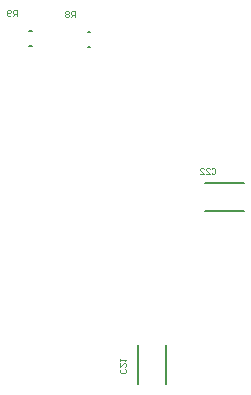
<source format=gbr>
G04*
G04 #@! TF.GenerationSoftware,Altium Limited,Altium Designer,24.2.2 (26)*
G04*
G04 Layer_Color=32896*
%FSLAX44Y44*%
%MOMM*%
G71*
G04*
G04 #@! TF.SameCoordinates,251A4116-46B9-4EB5-9C36-AF9AACF17162*
G04*
G04*
G04 #@! TF.FilePolarity,Positive*
G04*
G01*
G75*
%ADD12C,0.2000*%
%ADD16C,0.1200*%
%ADD19C,0.1194*%
D12*
X380611Y617571D02*
X413673D01*
X380611Y594009D02*
X413673D01*
X323499Y447387D02*
Y480449D01*
X347061Y447387D02*
Y480449D01*
X280940Y732890D02*
X282940D01*
X280940Y745390D02*
X282940D01*
X231410Y734160D02*
X233410D01*
X231410Y746660D02*
X233410D01*
D16*
X220726Y759460D02*
Y764458D01*
X218227D01*
X217394Y763625D01*
Y761959D01*
X218227Y761126D01*
X220726D01*
X219060D02*
X217394Y759460D01*
X215728Y760293D02*
X214895Y759460D01*
X213228D01*
X212395Y760293D01*
Y763625D01*
X213228Y764458D01*
X214895D01*
X215728Y763625D01*
Y762792D01*
X214895Y761959D01*
X212395D01*
X270256Y758190D02*
Y763188D01*
X267757D01*
X266924Y762355D01*
Y760689D01*
X267757Y759856D01*
X270256D01*
X268590D02*
X266924Y758190D01*
X265258Y762355D02*
X264425Y763188D01*
X262759D01*
X261925Y762355D01*
Y761522D01*
X262759Y760689D01*
X261925Y759856D01*
Y759023D01*
X262759Y758190D01*
X264425D01*
X265258Y759023D01*
Y759856D01*
X264425Y760689D01*
X265258Y761522D01*
Y762355D01*
X264425Y760689D02*
X262759D01*
X312816Y460149D02*
X313649Y459316D01*
Y457649D01*
X312816Y456816D01*
X309484D01*
X308651Y457649D01*
Y459316D01*
X309484Y460149D01*
X308651Y465147D02*
Y461815D01*
X311983Y465147D01*
X312816D01*
X313649Y464314D01*
Y462648D01*
X312816Y461815D01*
X308651Y466813D02*
Y468479D01*
Y467646D01*
X313649D01*
X312816Y466813D01*
D19*
X385796Y630021D02*
X386629Y630854D01*
X388295D01*
X389128Y630021D01*
Y626689D01*
X388295Y625856D01*
X386629D01*
X385796Y626689D01*
X380797Y625856D02*
X384130D01*
X380797Y629188D01*
Y630021D01*
X381631Y630854D01*
X383297D01*
X384130Y630021D01*
X375799Y625856D02*
X379131D01*
X375799Y629188D01*
Y630021D01*
X376632Y630854D01*
X378298D01*
X379131Y630021D01*
M02*

</source>
